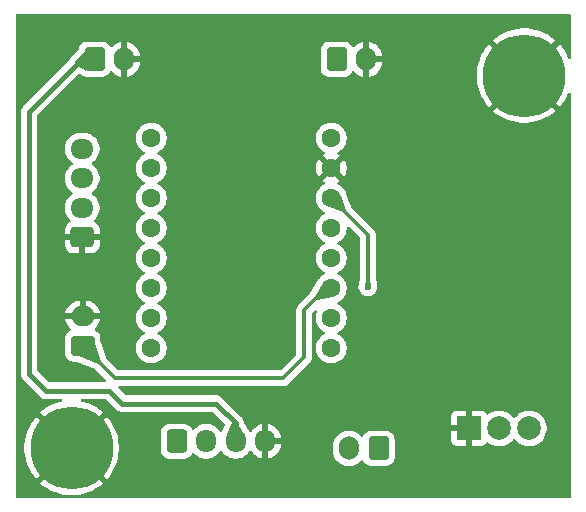
<source format=gbl>
G04 #@! TF.GenerationSoftware,KiCad,Pcbnew,9.0.2-9.0.2-0~ubuntu24.04.1*
G04 #@! TF.CreationDate,2025-05-09T21:26:21+01:00*
G04 #@! TF.ProjectId,can-bus-kicad,63616e2d-6275-4732-9d6b-696361642e6b,rev?*
G04 #@! TF.SameCoordinates,Original*
G04 #@! TF.FileFunction,Copper,L2,Bot*
G04 #@! TF.FilePolarity,Positive*
%FSLAX46Y46*%
G04 Gerber Fmt 4.6, Leading zero omitted, Abs format (unit mm)*
G04 Created by KiCad (PCBNEW 9.0.2-9.0.2-0~ubuntu24.04.1) date 2025-05-09 21:26:21*
%MOMM*%
%LPD*%
G01*
G04 APERTURE LIST*
G04 Aperture macros list*
%AMRoundRect*
0 Rectangle with rounded corners*
0 $1 Rounding radius*
0 $2 $3 $4 $5 $6 $7 $8 $9 X,Y pos of 4 corners*
0 Add a 4 corners polygon primitive as box body*
4,1,4,$2,$3,$4,$5,$6,$7,$8,$9,$2,$3,0*
0 Add four circle primitives for the rounded corners*
1,1,$1+$1,$2,$3*
1,1,$1+$1,$4,$5*
1,1,$1+$1,$6,$7*
1,1,$1+$1,$8,$9*
0 Add four rect primitives between the rounded corners*
20,1,$1+$1,$2,$3,$4,$5,0*
20,1,$1+$1,$4,$5,$6,$7,0*
20,1,$1+$1,$6,$7,$8,$9,0*
20,1,$1+$1,$8,$9,$2,$3,0*%
G04 Aperture macros list end*
G04 #@! TA.AperFunction,ComponentPad*
%ADD10RoundRect,0.250000X0.725000X-0.600000X0.725000X0.600000X-0.725000X0.600000X-0.725000X-0.600000X0*%
G04 #@! TD*
G04 #@! TA.AperFunction,ComponentPad*
%ADD11O,1.950000X1.700000*%
G04 #@! TD*
G04 #@! TA.AperFunction,ComponentPad*
%ADD12RoundRect,0.250000X-0.600000X-0.725000X0.600000X-0.725000X0.600000X0.725000X-0.600000X0.725000X0*%
G04 #@! TD*
G04 #@! TA.AperFunction,ComponentPad*
%ADD13O,1.700000X1.950000*%
G04 #@! TD*
G04 #@! TA.AperFunction,ComponentPad*
%ADD14RoundRect,0.250000X-0.600000X-0.750000X0.600000X-0.750000X0.600000X0.750000X-0.600000X0.750000X0*%
G04 #@! TD*
G04 #@! TA.AperFunction,ComponentPad*
%ADD15O,1.700000X2.000000*%
G04 #@! TD*
G04 #@! TA.AperFunction,ComponentPad*
%ADD16C,0.800000*%
G04 #@! TD*
G04 #@! TA.AperFunction,ComponentPad*
%ADD17C,7.000000*%
G04 #@! TD*
G04 #@! TA.AperFunction,ComponentPad*
%ADD18R,2.000000X2.000000*%
G04 #@! TD*
G04 #@! TA.AperFunction,ComponentPad*
%ADD19C,2.000000*%
G04 #@! TD*
G04 #@! TA.AperFunction,ComponentPad*
%ADD20RoundRect,0.250000X0.600000X0.750000X-0.600000X0.750000X-0.600000X-0.750000X0.600000X-0.750000X0*%
G04 #@! TD*
G04 #@! TA.AperFunction,ComponentPad*
%ADD21C,1.600000*%
G04 #@! TD*
G04 #@! TA.AperFunction,ComponentPad*
%ADD22RoundRect,0.250000X0.750000X-0.600000X0.750000X0.600000X-0.750000X0.600000X-0.750000X-0.600000X0*%
G04 #@! TD*
G04 #@! TA.AperFunction,ComponentPad*
%ADD23O,2.000000X1.700000*%
G04 #@! TD*
G04 #@! TA.AperFunction,ViaPad*
%ADD24C,0.600000*%
G04 #@! TD*
G04 #@! TA.AperFunction,Conductor*
%ADD25C,0.400000*%
G04 #@! TD*
G04 #@! TA.AperFunction,Conductor*
%ADD26C,0.200000*%
G04 #@! TD*
G04 #@! TA.AperFunction,Conductor*
%ADD27C,0.300000*%
G04 #@! TD*
G04 APERTURE END LIST*
D10*
G04 #@! TO.P,J6,1,Pin_1*
G04 #@! TO.N,GND*
X101210000Y-87830000D03*
D11*
G04 #@! TO.P,J6,2,Pin_2*
G04 #@! TO.N,/SCL*
X101210000Y-85330000D03*
G04 #@! TO.P,J6,3,Pin_3*
G04 #@! TO.N,/SDA*
X101210000Y-82830000D03*
G04 #@! TO.P,J6,4,Pin_4*
G04 #@! TO.N,+3.3V*
X101210000Y-80330000D03*
G04 #@! TD*
D12*
G04 #@! TO.P,J4,1,Pin_1*
G04 #@! TO.N,/TX0*
X109200000Y-105100000D03*
D13*
G04 #@! TO.P,J4,2,Pin_2*
G04 #@! TO.N,Net-(J4-Pin_2)*
X111700000Y-105100000D03*
G04 #@! TO.P,J4,3,Pin_3*
G04 #@! TO.N,+5V*
X114200000Y-105100000D03*
G04 #@! TO.P,J4,4,Pin_4*
G04 #@! TO.N,GND*
X116700000Y-105100000D03*
G04 #@! TD*
D14*
G04 #@! TO.P,J3,1,Pin_1*
G04 #@! TO.N,+5V*
X102250000Y-72750000D03*
D15*
G04 #@! TO.P,J3,2,Pin_2*
G04 #@! TO.N,GND*
X104750000Y-72750000D03*
G04 #@! TD*
D16*
G04 #@! TO.P,H1,1,1*
G04 #@! TO.N,GND*
X136005000Y-74135000D03*
X136773845Y-72278845D03*
X136773845Y-75991155D03*
X138630000Y-71510000D03*
D17*
X138630000Y-74135000D03*
D16*
X138630000Y-76760000D03*
X140486155Y-72278845D03*
X140486155Y-75991155D03*
X141255000Y-74135000D03*
G04 #@! TD*
D18*
G04 #@! TO.P,J2,1,Pin_1*
G04 #@! TO.N,GND*
X133960000Y-104000000D03*
D19*
G04 #@! TO.P,J2,2,Pin_2*
G04 #@! TO.N,/CANL*
X136500000Y-104000000D03*
G04 #@! TO.P,J2,3,Pin_3*
G04 #@! TO.N,/CANH*
X139040000Y-104000000D03*
G04 #@! TD*
D14*
G04 #@! TO.P,J1,1,Pin_1*
G04 #@! TO.N,+5V*
X122750000Y-72750000D03*
D15*
G04 #@! TO.P,J1,2,Pin_2*
G04 #@! TO.N,GND*
X125250000Y-72750000D03*
G04 #@! TD*
D16*
G04 #@! TO.P,H2,1,1*
G04 #@! TO.N,GND*
X97690000Y-105650000D03*
X98458845Y-103793845D03*
X98458845Y-107506155D03*
X100315000Y-103025000D03*
D17*
X100315000Y-105650000D03*
D16*
X100315000Y-108275000D03*
X102171155Y-103793845D03*
X102171155Y-107506155D03*
X102940000Y-105650000D03*
G04 #@! TD*
D20*
G04 #@! TO.P,J5,1,Pin_1*
G04 #@! TO.N,/RX1*
X126300000Y-105700000D03*
D15*
G04 #@! TO.P,J5,2,Pin_2*
G04 #@! TO.N,/TX1*
X123800000Y-105700000D03*
G04 #@! TD*
D21*
G04 #@! TO.P,U1,0,GPIO0*
G04 #@! TO.N,/TX1*
X122300000Y-97190000D03*
G04 #@! TO.P,U1,1,GPIO1*
G04 #@! TO.N,/RX1*
X122300000Y-94650000D03*
G04 #@! TO.P,U1,2,GPIO2*
G04 #@! TO.N,/IO2*
X122300000Y-92110000D03*
G04 #@! TO.P,U1,3,GPIO3*
G04 #@! TO.N,/CAN_RX*
X122300000Y-89570000D03*
G04 #@! TO.P,U1,3.3,3V3*
G04 #@! TO.N,+3.3V*
X122300000Y-84490000D03*
G04 #@! TO.P,U1,4,GPIO4*
G04 #@! TO.N,/CAN_TX*
X122300000Y-87030000D03*
G04 #@! TO.P,U1,5,GPIO5*
G04 #@! TO.N,unconnected-(U1-GPIO5-Pad5)*
X107060000Y-79410000D03*
G04 #@! TO.P,U1,5V,5V*
G04 #@! TO.N,+5V*
X122300000Y-79410000D03*
G04 #@! TO.P,U1,6,GPIO6*
G04 #@! TO.N,unconnected-(U1-GPIO6-Pad6)*
X107060000Y-81950000D03*
G04 #@! TO.P,U1,7,GPIO7*
G04 #@! TO.N,unconnected-(U1-GPIO7-Pad7)*
X107060000Y-84490000D03*
G04 #@! TO.P,U1,8,GPIO8*
G04 #@! TO.N,/SDA*
X107060000Y-87030000D03*
G04 #@! TO.P,U1,9,GPIO9*
G04 #@! TO.N,/SCL*
X107060000Y-89570000D03*
G04 #@! TO.P,U1,10,GPIO10*
G04 #@! TO.N,unconnected-(U1-GPIO10-Pad10)*
X107060000Y-92110000D03*
G04 #@! TO.P,U1,20,GPIO20*
G04 #@! TO.N,/RX0*
X107060000Y-94650000D03*
G04 #@! TO.P,U1,21,GPIO21*
G04 #@! TO.N,/TX0*
X107060000Y-97190000D03*
G04 #@! TO.P,U1,G,GND*
G04 #@! TO.N,GND*
X122300000Y-81950000D03*
G04 #@! TD*
D22*
G04 #@! TO.P,J7,1,Pin_1*
G04 #@! TO.N,/IO2*
X101250000Y-97000000D03*
D23*
G04 #@! TO.P,J7,2,Pin_2*
G04 #@! TO.N,GND*
X101250000Y-94500000D03*
G04 #@! TD*
D24*
G04 #@! TO.N,GND*
X128600000Y-79400000D03*
X134800000Y-79400000D03*
X141400000Y-80500000D03*
X114400000Y-87400000D03*
X110400000Y-95000000D03*
X110200000Y-87400000D03*
X141500000Y-93200000D03*
X131700000Y-86600000D03*
X136200000Y-93000000D03*
X138700000Y-93100000D03*
X131000000Y-96400000D03*
X118200000Y-95400000D03*
X131400000Y-79400000D03*
X110400000Y-83600000D03*
X110400000Y-91400000D03*
X135000000Y-93600000D03*
X132800000Y-99300000D03*
X126600000Y-89200000D03*
X110400000Y-80400000D03*
X128900000Y-83900000D03*
G04 #@! TO.N,+3.3V*
X125400000Y-92000000D03*
G04 #@! TD*
D25*
G04 #@! TO.N,+5V*
X101150000Y-72750000D02*
X96700000Y-77200000D01*
X103500000Y-100800000D02*
X104600000Y-101900000D01*
X96700000Y-77200000D02*
X96700000Y-99400000D01*
X104600000Y-101900000D02*
X112550000Y-101900000D01*
X96700000Y-99400000D02*
X98100000Y-100800000D01*
D26*
X102250000Y-72750000D02*
X101150000Y-72750000D01*
D25*
X114200000Y-103550000D02*
X114200000Y-105100000D01*
X98100000Y-100800000D02*
X103500000Y-100800000D01*
X112550000Y-101900000D02*
X114200000Y-103550000D01*
D27*
G04 #@! TO.N,/IO2*
X118250000Y-99750000D02*
X120000000Y-98000000D01*
D26*
X121890000Y-92110000D02*
X122300000Y-92110000D01*
D27*
X104000000Y-99750000D02*
X118250000Y-99750000D01*
X101250000Y-97000000D02*
X104000000Y-99750000D01*
X120000000Y-98000000D02*
X120000000Y-94000000D01*
X120000000Y-94000000D02*
X121890000Y-92110000D01*
G04 #@! TO.N,+3.3V*
X122300000Y-84490000D02*
X125400000Y-87590000D01*
X125400000Y-87590000D02*
X125400000Y-92000000D01*
G04 #@! TD*
G04 #@! TA.AperFunction,Conductor*
G04 #@! TO.N,GND*
G36*
X142522539Y-68920185D02*
G01*
X142568294Y-68972989D01*
X142579500Y-69024500D01*
X142579500Y-72594043D01*
X142559815Y-72661082D01*
X142507011Y-72706837D01*
X142437853Y-72716781D01*
X142374297Y-72687756D01*
X142340939Y-72641496D01*
X142250316Y-72422714D01*
X142250314Y-72422709D01*
X142065058Y-72076120D01*
X142065047Y-72076102D01*
X141846710Y-71749337D01*
X141846700Y-71749323D01*
X141631477Y-71487074D01*
X140031617Y-73086934D01*
X139948543Y-72978669D01*
X139786331Y-72816457D01*
X139678064Y-72733381D01*
X141277924Y-71133521D01*
X141015676Y-70918299D01*
X141015662Y-70918289D01*
X140688897Y-70699952D01*
X140688879Y-70699941D01*
X140342290Y-70514685D01*
X140342285Y-70514683D01*
X139979186Y-70364282D01*
X139603087Y-70250194D01*
X139217628Y-70173521D01*
X139217629Y-70173521D01*
X138826504Y-70135000D01*
X138433496Y-70135000D01*
X138042370Y-70173521D01*
X137656912Y-70250194D01*
X137280813Y-70364282D01*
X136917714Y-70514683D01*
X136917709Y-70514685D01*
X136571120Y-70699941D01*
X136571102Y-70699952D01*
X136244337Y-70918289D01*
X136244323Y-70918299D01*
X135982075Y-71133520D01*
X135982074Y-71133521D01*
X137581935Y-72733381D01*
X137473669Y-72816457D01*
X137311457Y-72978669D01*
X137228381Y-73086934D01*
X135628521Y-71487074D01*
X135628520Y-71487075D01*
X135413299Y-71749323D01*
X135413289Y-71749337D01*
X135194952Y-72076102D01*
X135194941Y-72076120D01*
X135009685Y-72422709D01*
X135009683Y-72422714D01*
X134859282Y-72785813D01*
X134745194Y-73161912D01*
X134668521Y-73547370D01*
X134630000Y-73938496D01*
X134630000Y-74331503D01*
X134668521Y-74722629D01*
X134745194Y-75108087D01*
X134859282Y-75484186D01*
X135009683Y-75847285D01*
X135009685Y-75847290D01*
X135194941Y-76193879D01*
X135194952Y-76193897D01*
X135413289Y-76520662D01*
X135413299Y-76520676D01*
X135628521Y-76782924D01*
X137228381Y-75183064D01*
X137311457Y-75291331D01*
X137473669Y-75453543D01*
X137581934Y-75536618D01*
X135982074Y-77136477D01*
X136244323Y-77351700D01*
X136244337Y-77351710D01*
X136571102Y-77570047D01*
X136571120Y-77570058D01*
X136917709Y-77755314D01*
X136917714Y-77755316D01*
X137280813Y-77905717D01*
X137656912Y-78019805D01*
X138042371Y-78096478D01*
X138042370Y-78096478D01*
X138433496Y-78135000D01*
X138826504Y-78135000D01*
X139217629Y-78096478D01*
X139603087Y-78019805D01*
X139979186Y-77905717D01*
X140342285Y-77755316D01*
X140342290Y-77755314D01*
X140688879Y-77570058D01*
X140688897Y-77570047D01*
X141015662Y-77351710D01*
X141015676Y-77351700D01*
X141277923Y-77136478D01*
X141277924Y-77136477D01*
X139678064Y-75536618D01*
X139786331Y-75453543D01*
X139948543Y-75291331D01*
X140031618Y-75183065D01*
X141631477Y-76782924D01*
X141631478Y-76782923D01*
X141846700Y-76520676D01*
X141846710Y-76520662D01*
X142065047Y-76193897D01*
X142065058Y-76193879D01*
X142250314Y-75847290D01*
X142250316Y-75847285D01*
X142340939Y-75628503D01*
X142384780Y-75574100D01*
X142451074Y-75552035D01*
X142518773Y-75569314D01*
X142566384Y-75620451D01*
X142579500Y-75675956D01*
X142579500Y-109775500D01*
X142559815Y-109842539D01*
X142507011Y-109888294D01*
X142455500Y-109899500D01*
X95704500Y-109899500D01*
X95637461Y-109879815D01*
X95591706Y-109827011D01*
X95580500Y-109775500D01*
X95580500Y-99468996D01*
X95999499Y-99468996D01*
X96026418Y-99604322D01*
X96026421Y-99604332D01*
X96079222Y-99731807D01*
X96155887Y-99846545D01*
X97653454Y-101344112D01*
X97768192Y-101420777D01*
X97895667Y-101473578D01*
X97895672Y-101473580D01*
X97895676Y-101473580D01*
X97895677Y-101473581D01*
X98031003Y-101500500D01*
X98031006Y-101500500D01*
X98031007Y-101500500D01*
X99413632Y-101500500D01*
X99480671Y-101520185D01*
X99526426Y-101572989D01*
X99536370Y-101642147D01*
X99507345Y-101705703D01*
X99448567Y-101743477D01*
X99437823Y-101746117D01*
X99341912Y-101765194D01*
X98965813Y-101879282D01*
X98602714Y-102029683D01*
X98602709Y-102029685D01*
X98256120Y-102214941D01*
X98256102Y-102214952D01*
X97929337Y-102433289D01*
X97929323Y-102433299D01*
X97667075Y-102648520D01*
X97667074Y-102648521D01*
X99266935Y-104248381D01*
X99158669Y-104331457D01*
X98996457Y-104493669D01*
X98913381Y-104601934D01*
X97313521Y-103002074D01*
X97313520Y-103002075D01*
X97098299Y-103264323D01*
X97098289Y-103264337D01*
X96879952Y-103591102D01*
X96879941Y-103591120D01*
X96694685Y-103937709D01*
X96694683Y-103937714D01*
X96544282Y-104300813D01*
X96430194Y-104676912D01*
X96353521Y-105062370D01*
X96315000Y-105453496D01*
X96315000Y-105846503D01*
X96353521Y-106237629D01*
X96430194Y-106623087D01*
X96544282Y-106999186D01*
X96694683Y-107362285D01*
X96694685Y-107362290D01*
X96879941Y-107708879D01*
X96879952Y-107708897D01*
X97098289Y-108035662D01*
X97098299Y-108035676D01*
X97313521Y-108297924D01*
X98913381Y-106698064D01*
X98996457Y-106806331D01*
X99158669Y-106968543D01*
X99266934Y-107051618D01*
X97667074Y-108651477D01*
X97929323Y-108866700D01*
X97929337Y-108866710D01*
X98256102Y-109085047D01*
X98256120Y-109085058D01*
X98602709Y-109270314D01*
X98602714Y-109270316D01*
X98965813Y-109420717D01*
X99341912Y-109534805D01*
X99727371Y-109611478D01*
X99727370Y-109611478D01*
X100118496Y-109650000D01*
X100511504Y-109650000D01*
X100902629Y-109611478D01*
X101288087Y-109534805D01*
X101664186Y-109420717D01*
X102027285Y-109270316D01*
X102027290Y-109270314D01*
X102373879Y-109085058D01*
X102373897Y-109085047D01*
X102700662Y-108866710D01*
X102700676Y-108866700D01*
X102962923Y-108651478D01*
X102962924Y-108651477D01*
X101363064Y-107051618D01*
X101471331Y-106968543D01*
X101633543Y-106806331D01*
X101716618Y-106698065D01*
X103316477Y-108297924D01*
X103316478Y-108297923D01*
X103531700Y-108035676D01*
X103531710Y-108035662D01*
X103750047Y-107708897D01*
X103750058Y-107708879D01*
X103935314Y-107362290D01*
X103935316Y-107362285D01*
X104085717Y-106999186D01*
X104199805Y-106623087D01*
X104276478Y-106237629D01*
X104315000Y-105846503D01*
X104315000Y-105453496D01*
X104276478Y-105062370D01*
X104199805Y-104676912D01*
X104085717Y-104300813D01*
X103935316Y-103937714D01*
X103935314Y-103937709D01*
X103750058Y-103591120D01*
X103750047Y-103591102D01*
X103531710Y-103264337D01*
X103531700Y-103264323D01*
X103316477Y-103002074D01*
X101716617Y-104601934D01*
X101633543Y-104493669D01*
X101471331Y-104331457D01*
X101363064Y-104248381D01*
X102962924Y-102648521D01*
X102700676Y-102433299D01*
X102700662Y-102433289D01*
X102373897Y-102214952D01*
X102373879Y-102214941D01*
X102027290Y-102029685D01*
X102027285Y-102029683D01*
X101664186Y-101879282D01*
X101288087Y-101765194D01*
X101192177Y-101746117D01*
X101130266Y-101713732D01*
X101095692Y-101653016D01*
X101099431Y-101583247D01*
X101140298Y-101526575D01*
X101205316Y-101500994D01*
X101216368Y-101500500D01*
X103158481Y-101500500D01*
X103225520Y-101520185D01*
X103246162Y-101536819D01*
X104153453Y-102444111D01*
X104153454Y-102444112D01*
X104268192Y-102520777D01*
X104395667Y-102573578D01*
X104395672Y-102573580D01*
X104395676Y-102573580D01*
X104395677Y-102573581D01*
X104531003Y-102600500D01*
X104531006Y-102600500D01*
X104531007Y-102600500D01*
X112208481Y-102600500D01*
X112275520Y-102620185D01*
X112296162Y-102636819D01*
X112765114Y-103105771D01*
X113229020Y-103569676D01*
X113262505Y-103630999D01*
X113257521Y-103700690D01*
X113256801Y-103702572D01*
X113055043Y-104217783D01*
X113012269Y-104273029D01*
X112946416Y-104296379D01*
X112878394Y-104280420D01*
X112839263Y-104245454D01*
X112730104Y-104095208D01*
X112579792Y-103944896D01*
X112579786Y-103944890D01*
X112407820Y-103819951D01*
X112218414Y-103723444D01*
X112218413Y-103723443D01*
X112218412Y-103723443D01*
X112016243Y-103657754D01*
X112016241Y-103657753D01*
X112016240Y-103657753D01*
X111822311Y-103627038D01*
X111806287Y-103624500D01*
X111593713Y-103624500D01*
X111577689Y-103627038D01*
X111383760Y-103657753D01*
X111181585Y-103723444D01*
X110992179Y-103819951D01*
X110820215Y-103944889D01*
X110681398Y-104083706D01*
X110620075Y-104117190D01*
X110550383Y-104112206D01*
X110494450Y-104070334D01*
X110488178Y-104061120D01*
X110392712Y-103906344D01*
X110268657Y-103782289D01*
X110268656Y-103782288D01*
X110119334Y-103690186D01*
X109952797Y-103635001D01*
X109952795Y-103635000D01*
X109850010Y-103624500D01*
X108549998Y-103624500D01*
X108549981Y-103624501D01*
X108447203Y-103635000D01*
X108447200Y-103635001D01*
X108280668Y-103690185D01*
X108280663Y-103690187D01*
X108131342Y-103782289D01*
X108007289Y-103906342D01*
X107915187Y-104055663D01*
X107915185Y-104055668D01*
X107910325Y-104070334D01*
X107860001Y-104222203D01*
X107860001Y-104222204D01*
X107860000Y-104222204D01*
X107849500Y-104324983D01*
X107849500Y-105875001D01*
X107849501Y-105875018D01*
X107860000Y-105977796D01*
X107860001Y-105977799D01*
X107905894Y-106116294D01*
X107915186Y-106144334D01*
X108007288Y-106293656D01*
X108131344Y-106417712D01*
X108280666Y-106509814D01*
X108447203Y-106564999D01*
X108549991Y-106575500D01*
X109850008Y-106575499D01*
X109952797Y-106564999D01*
X110119334Y-106509814D01*
X110268656Y-106417712D01*
X110392712Y-106293656D01*
X110484814Y-106144334D01*
X110484814Y-106144331D01*
X110488178Y-106138879D01*
X110540126Y-106092154D01*
X110609088Y-106080931D01*
X110673170Y-106108774D01*
X110681398Y-106116294D01*
X110820213Y-106255109D01*
X110992179Y-106380048D01*
X110992181Y-106380049D01*
X110992184Y-106380051D01*
X111181588Y-106476557D01*
X111383757Y-106542246D01*
X111593713Y-106575500D01*
X111593714Y-106575500D01*
X111806286Y-106575500D01*
X111806287Y-106575500D01*
X112016243Y-106542246D01*
X112218412Y-106476557D01*
X112407816Y-106380051D01*
X112429789Y-106364086D01*
X112579786Y-106255109D01*
X112579788Y-106255106D01*
X112579792Y-106255104D01*
X112730104Y-106104792D01*
X112849683Y-105940204D01*
X112905011Y-105897540D01*
X112974624Y-105891561D01*
X113036420Y-105924166D01*
X113050313Y-105940199D01*
X113088051Y-105992141D01*
X113169896Y-106104792D01*
X113320213Y-106255109D01*
X113492179Y-106380048D01*
X113492181Y-106380049D01*
X113492184Y-106380051D01*
X113681588Y-106476557D01*
X113883757Y-106542246D01*
X114093713Y-106575500D01*
X114093714Y-106575500D01*
X114306286Y-106575500D01*
X114306287Y-106575500D01*
X114516243Y-106542246D01*
X114718412Y-106476557D01*
X114907816Y-106380051D01*
X114929789Y-106364086D01*
X115079786Y-106255109D01*
X115079788Y-106255106D01*
X115079792Y-106255104D01*
X115230104Y-106104792D01*
X115349991Y-105939779D01*
X115405320Y-105897115D01*
X115474933Y-105891136D01*
X115536729Y-105923741D01*
X115550627Y-105939781D01*
X115670272Y-106104459D01*
X115670276Y-106104464D01*
X115820535Y-106254723D01*
X115820540Y-106254727D01*
X115992442Y-106379620D01*
X116181782Y-106476095D01*
X116383871Y-106541757D01*
X116450000Y-106552231D01*
X116450000Y-105504145D01*
X116516657Y-105542630D01*
X116637465Y-105575000D01*
X116762535Y-105575000D01*
X116883343Y-105542630D01*
X116950000Y-105504145D01*
X116950000Y-106552230D01*
X117016126Y-106541757D01*
X117016129Y-106541757D01*
X117218217Y-106476095D01*
X117407557Y-106379620D01*
X117579459Y-106254727D01*
X117579464Y-106254723D01*
X117729723Y-106104464D01*
X117729727Y-106104459D01*
X117854620Y-105932557D01*
X117951095Y-105743217D01*
X118016757Y-105541130D01*
X118016757Y-105541127D01*
X118032187Y-105443713D01*
X122449500Y-105443713D01*
X122449500Y-105956287D01*
X122482754Y-106166243D01*
X122524153Y-106293656D01*
X122548444Y-106368414D01*
X122644951Y-106557820D01*
X122769890Y-106729786D01*
X122920213Y-106880109D01*
X123092179Y-107005048D01*
X123092181Y-107005049D01*
X123092184Y-107005051D01*
X123281588Y-107101557D01*
X123483757Y-107167246D01*
X123693713Y-107200500D01*
X123693714Y-107200500D01*
X123906286Y-107200500D01*
X123906287Y-107200500D01*
X124116243Y-107167246D01*
X124318412Y-107101557D01*
X124507816Y-107005051D01*
X124679792Y-106880104D01*
X124818604Y-106741291D01*
X124879923Y-106707809D01*
X124949615Y-106712793D01*
X125005549Y-106754664D01*
X125011821Y-106763878D01*
X125015185Y-106769333D01*
X125015186Y-106769334D01*
X125107288Y-106918656D01*
X125231344Y-107042712D01*
X125380666Y-107134814D01*
X125547203Y-107189999D01*
X125649991Y-107200500D01*
X126950008Y-107200499D01*
X127052797Y-107189999D01*
X127219334Y-107134814D01*
X127368656Y-107042712D01*
X127492712Y-106918656D01*
X127584814Y-106769334D01*
X127639999Y-106602797D01*
X127650500Y-106500009D01*
X127650499Y-104899992D01*
X127639999Y-104797203D01*
X127584814Y-104630666D01*
X127492712Y-104481344D01*
X127368656Y-104357288D01*
X127222992Y-104267442D01*
X127219336Y-104265187D01*
X127219331Y-104265185D01*
X127203029Y-104259783D01*
X127052797Y-104210001D01*
X127052795Y-104210000D01*
X126950010Y-104199500D01*
X125649998Y-104199500D01*
X125649981Y-104199501D01*
X125547203Y-104210000D01*
X125547200Y-104210001D01*
X125380668Y-104265185D01*
X125380663Y-104265187D01*
X125231342Y-104357289D01*
X125107289Y-104481342D01*
X125011821Y-104636121D01*
X124959873Y-104682845D01*
X124890910Y-104694068D01*
X124826828Y-104666224D01*
X124818601Y-104658705D01*
X124679786Y-104519890D01*
X124507820Y-104394951D01*
X124318414Y-104298444D01*
X124318413Y-104298443D01*
X124318412Y-104298443D01*
X124116243Y-104232754D01*
X124116241Y-104232753D01*
X124116240Y-104232753D01*
X123954957Y-104207208D01*
X123906287Y-104199500D01*
X123693713Y-104199500D01*
X123645042Y-104207208D01*
X123483760Y-104232753D01*
X123281585Y-104298444D01*
X123092179Y-104394951D01*
X122920213Y-104519890D01*
X122769890Y-104670213D01*
X122644951Y-104842179D01*
X122548444Y-105031585D01*
X122482753Y-105233760D01*
X122464343Y-105350000D01*
X122449500Y-105443713D01*
X118032187Y-105443713D01*
X118036031Y-105419443D01*
X118036031Y-105419442D01*
X118047030Y-105350000D01*
X117104146Y-105350000D01*
X117142630Y-105283343D01*
X117175000Y-105162535D01*
X117175000Y-105037465D01*
X117142630Y-104916657D01*
X117104146Y-104850000D01*
X118047030Y-104850000D01*
X118016757Y-104658872D01*
X118016757Y-104658869D01*
X117951095Y-104456782D01*
X117854620Y-104267442D01*
X117729727Y-104095540D01*
X117729723Y-104095535D01*
X117579464Y-103945276D01*
X117579459Y-103945272D01*
X117407557Y-103820379D01*
X117218215Y-103723903D01*
X117016124Y-103658241D01*
X116950000Y-103647768D01*
X116950000Y-104695854D01*
X116883343Y-104657370D01*
X116762535Y-104625000D01*
X116637465Y-104625000D01*
X116516657Y-104657370D01*
X116450000Y-104695854D01*
X116450000Y-103647768D01*
X116449999Y-103647768D01*
X116383875Y-103658241D01*
X116181784Y-103723903D01*
X115992442Y-103820379D01*
X115820540Y-103945272D01*
X115820535Y-103945276D01*
X115670276Y-104095535D01*
X115670272Y-104095540D01*
X115550943Y-104259783D01*
X115495613Y-104302449D01*
X115426000Y-104308428D01*
X115364205Y-104275822D01*
X115339439Y-104241794D01*
X115337933Y-104238744D01*
X115328242Y-104222204D01*
X114914405Y-103515862D01*
X114899777Y-103477369D01*
X114873581Y-103345679D01*
X114873580Y-103345672D01*
X114839890Y-103264337D01*
X114820778Y-103218195D01*
X114820771Y-103218182D01*
X114744115Y-103103459D01*
X114713821Y-103073165D01*
X114646542Y-103005886D01*
X114592811Y-102952155D01*
X132460000Y-102952155D01*
X132460000Y-103750000D01*
X133411518Y-103750000D01*
X133400889Y-103768409D01*
X133360000Y-103921009D01*
X133360000Y-104078991D01*
X133400889Y-104231591D01*
X133411518Y-104250000D01*
X132460000Y-104250000D01*
X132460000Y-105047844D01*
X132466401Y-105107372D01*
X132466403Y-105107379D01*
X132516645Y-105242086D01*
X132516649Y-105242093D01*
X132602809Y-105357187D01*
X132602812Y-105357190D01*
X132717906Y-105443350D01*
X132717913Y-105443354D01*
X132852620Y-105493596D01*
X132852627Y-105493598D01*
X132912155Y-105499999D01*
X132912172Y-105500000D01*
X133710000Y-105500000D01*
X133710000Y-104548482D01*
X133728409Y-104559111D01*
X133881009Y-104600000D01*
X134038991Y-104600000D01*
X134191591Y-104559111D01*
X134210000Y-104548482D01*
X134210000Y-105500000D01*
X135007828Y-105500000D01*
X135007844Y-105499999D01*
X135067372Y-105493598D01*
X135067379Y-105493596D01*
X135202086Y-105443354D01*
X135202093Y-105443350D01*
X135317187Y-105357190D01*
X135317190Y-105357187D01*
X135403350Y-105242093D01*
X135407604Y-105234304D01*
X135410883Y-105236094D01*
X135442118Y-105194276D01*
X135507556Y-105169789D01*
X135575845Y-105184566D01*
X135589410Y-105193137D01*
X135713567Y-105283343D01*
X135807662Y-105331287D01*
X135924003Y-105390566D01*
X135924005Y-105390566D01*
X135924008Y-105390568D01*
X136012873Y-105419442D01*
X136148631Y-105463553D01*
X136381903Y-105500500D01*
X136381908Y-105500500D01*
X136618097Y-105500500D01*
X136851368Y-105463553D01*
X136882320Y-105453496D01*
X137075992Y-105390568D01*
X137286433Y-105283343D01*
X137477510Y-105144517D01*
X137644517Y-104977510D01*
X137669682Y-104942872D01*
X137725011Y-104900207D01*
X137794625Y-104894228D01*
X137856420Y-104926833D01*
X137870315Y-104942870D01*
X137895483Y-104977510D01*
X138062490Y-105144517D01*
X138253567Y-105283343D01*
X138347662Y-105331287D01*
X138464003Y-105390566D01*
X138464005Y-105390566D01*
X138464008Y-105390568D01*
X138552873Y-105419442D01*
X138688631Y-105463553D01*
X138921903Y-105500500D01*
X138921908Y-105500500D01*
X139158097Y-105500500D01*
X139391368Y-105463553D01*
X139422320Y-105453496D01*
X139615992Y-105390568D01*
X139826433Y-105283343D01*
X140017510Y-105144517D01*
X140184517Y-104977510D01*
X140323343Y-104786433D01*
X140430568Y-104575992D01*
X140503553Y-104351368D01*
X140511935Y-104298444D01*
X140540500Y-104118097D01*
X140540500Y-103881902D01*
X140503553Y-103648631D01*
X140430566Y-103424003D01*
X140374002Y-103312991D01*
X140323343Y-103213567D01*
X140184517Y-103022490D01*
X140017510Y-102855483D01*
X139826433Y-102716657D01*
X139615996Y-102609433D01*
X139391368Y-102536446D01*
X139158097Y-102499500D01*
X139158092Y-102499500D01*
X138921908Y-102499500D01*
X138921903Y-102499500D01*
X138688631Y-102536446D01*
X138464003Y-102609433D01*
X138253566Y-102716657D01*
X138144550Y-102795862D01*
X138062490Y-102855483D01*
X138062488Y-102855485D01*
X138062487Y-102855485D01*
X137895484Y-103022488D01*
X137870318Y-103057127D01*
X137814987Y-103099792D01*
X137745374Y-103105771D01*
X137683579Y-103073165D01*
X137669682Y-103057127D01*
X137644517Y-103022490D01*
X137477510Y-102855483D01*
X137286433Y-102716657D01*
X137075996Y-102609433D01*
X136851368Y-102536446D01*
X136618097Y-102499500D01*
X136618092Y-102499500D01*
X136381908Y-102499500D01*
X136381903Y-102499500D01*
X136148631Y-102536446D01*
X135924003Y-102609433D01*
X135713566Y-102716657D01*
X135589422Y-102806854D01*
X135523615Y-102830334D01*
X135455561Y-102814509D01*
X135407942Y-102765510D01*
X135407604Y-102765696D01*
X135406938Y-102764478D01*
X135406866Y-102764403D01*
X135406719Y-102764076D01*
X135403350Y-102757906D01*
X135317190Y-102642812D01*
X135317187Y-102642809D01*
X135202093Y-102556649D01*
X135202086Y-102556645D01*
X135067379Y-102506403D01*
X135067372Y-102506401D01*
X135007844Y-102500000D01*
X134210000Y-102500000D01*
X134210000Y-103451517D01*
X134191591Y-103440889D01*
X134038991Y-103400000D01*
X133881009Y-103400000D01*
X133728409Y-103440889D01*
X133710000Y-103451517D01*
X133710000Y-102500000D01*
X132912155Y-102500000D01*
X132852627Y-102506401D01*
X132852620Y-102506403D01*
X132717913Y-102556645D01*
X132717906Y-102556649D01*
X132602812Y-102642809D01*
X132602809Y-102642812D01*
X132516649Y-102757906D01*
X132516645Y-102757913D01*
X132466403Y-102892620D01*
X132466401Y-102892627D01*
X132460000Y-102952155D01*
X114592811Y-102952155D01*
X114241156Y-102600500D01*
X112996546Y-101355888D01*
X112996545Y-101355887D01*
X112881807Y-101279222D01*
X112754332Y-101226421D01*
X112754322Y-101226418D01*
X112618996Y-101199500D01*
X112618994Y-101199500D01*
X112618993Y-101199500D01*
X104941519Y-101199500D01*
X104874480Y-101179815D01*
X104853838Y-101163181D01*
X104302838Y-100612181D01*
X104269353Y-100550858D01*
X104274337Y-100481166D01*
X104316209Y-100425233D01*
X104381673Y-100400816D01*
X104390519Y-100400500D01*
X118314071Y-100400500D01*
X118398615Y-100383682D01*
X118439744Y-100375501D01*
X118558127Y-100326465D01*
X118664669Y-100255277D01*
X120505277Y-98414669D01*
X120576465Y-98308127D01*
X120618520Y-98206597D01*
X120625501Y-98189744D01*
X120646776Y-98082790D01*
X120650500Y-98064071D01*
X120650500Y-94320807D01*
X120670185Y-94253768D01*
X120686815Y-94233130D01*
X120886283Y-94033662D01*
X120947605Y-94000178D01*
X121017297Y-94005162D01*
X121073230Y-94047034D01*
X121097647Y-94112498D01*
X121091894Y-94159662D01*
X121031523Y-94345461D01*
X121031523Y-94345464D01*
X120999500Y-94547648D01*
X120999500Y-94752351D01*
X121031522Y-94954534D01*
X121094781Y-95149223D01*
X121187715Y-95331613D01*
X121308028Y-95497213D01*
X121452786Y-95641971D01*
X121607749Y-95754556D01*
X121618390Y-95762287D01*
X121706709Y-95807288D01*
X121711080Y-95809515D01*
X121761876Y-95857490D01*
X121778671Y-95925311D01*
X121756134Y-95991446D01*
X121711080Y-96030485D01*
X121618386Y-96077715D01*
X121452786Y-96198028D01*
X121308028Y-96342786D01*
X121187715Y-96508386D01*
X121094781Y-96690776D01*
X121031522Y-96885465D01*
X120999500Y-97087648D01*
X120999500Y-97292351D01*
X121031522Y-97494534D01*
X121094781Y-97689223D01*
X121187715Y-97871613D01*
X121308028Y-98037213D01*
X121452786Y-98181971D01*
X121594340Y-98284814D01*
X121618390Y-98302287D01*
X121731273Y-98359804D01*
X121800776Y-98395218D01*
X121800778Y-98395218D01*
X121800781Y-98395220D01*
X121905137Y-98429127D01*
X121995465Y-98458477D01*
X122096557Y-98474488D01*
X122197648Y-98490500D01*
X122197649Y-98490500D01*
X122402351Y-98490500D01*
X122402352Y-98490500D01*
X122604534Y-98458477D01*
X122799219Y-98395220D01*
X122981610Y-98302287D01*
X123074590Y-98234732D01*
X123147213Y-98181971D01*
X123147215Y-98181968D01*
X123147219Y-98181966D01*
X123291966Y-98037219D01*
X123291968Y-98037215D01*
X123291971Y-98037213D01*
X123377612Y-97919336D01*
X123412287Y-97871610D01*
X123505220Y-97689219D01*
X123568477Y-97494534D01*
X123600500Y-97292352D01*
X123600500Y-97087648D01*
X123568477Y-96885466D01*
X123505220Y-96690781D01*
X123505218Y-96690778D01*
X123505218Y-96690776D01*
X123471503Y-96624607D01*
X123412287Y-96508390D01*
X123404556Y-96497749D01*
X123291971Y-96342786D01*
X123147213Y-96198028D01*
X122981614Y-96077715D01*
X122975006Y-96074348D01*
X122888917Y-96030483D01*
X122838123Y-95982511D01*
X122821328Y-95914690D01*
X122843865Y-95848555D01*
X122888917Y-95809516D01*
X122981610Y-95762287D01*
X123002770Y-95746913D01*
X123147213Y-95641971D01*
X123147215Y-95641968D01*
X123147219Y-95641966D01*
X123291966Y-95497219D01*
X123291968Y-95497215D01*
X123291971Y-95497213D01*
X123377523Y-95379459D01*
X123412287Y-95331610D01*
X123505220Y-95149219D01*
X123568477Y-94954534D01*
X123600500Y-94752352D01*
X123600500Y-94547648D01*
X123568477Y-94345466D01*
X123568476Y-94345464D01*
X123537458Y-94250000D01*
X123505220Y-94150781D01*
X123505218Y-94150778D01*
X123505218Y-94150776D01*
X123431023Y-94005162D01*
X123412287Y-93968390D01*
X123404556Y-93957749D01*
X123291971Y-93802786D01*
X123147213Y-93658028D01*
X122981614Y-93537715D01*
X122959132Y-93526260D01*
X122888917Y-93490483D01*
X122838123Y-93442511D01*
X122821328Y-93374690D01*
X122843865Y-93308555D01*
X122888917Y-93269516D01*
X122981610Y-93222287D01*
X123035351Y-93183242D01*
X123147213Y-93101971D01*
X123147215Y-93101968D01*
X123147219Y-93101966D01*
X123291966Y-92957219D01*
X123291968Y-92957215D01*
X123291971Y-92957213D01*
X123344732Y-92884590D01*
X123412287Y-92791610D01*
X123505220Y-92609219D01*
X123568477Y-92414534D01*
X123600500Y-92212352D01*
X123600500Y-92007648D01*
X123580837Y-91883500D01*
X123568477Y-91805465D01*
X123505218Y-91610776D01*
X123471503Y-91544607D01*
X123412287Y-91428390D01*
X123403593Y-91416424D01*
X123291971Y-91262786D01*
X123147213Y-91118028D01*
X122981614Y-90997715D01*
X122975006Y-90994348D01*
X122888917Y-90950483D01*
X122838123Y-90902511D01*
X122821328Y-90834690D01*
X122843865Y-90768555D01*
X122888917Y-90729516D01*
X122981610Y-90682287D01*
X123002770Y-90666913D01*
X123147213Y-90561971D01*
X123147215Y-90561968D01*
X123147219Y-90561966D01*
X123291966Y-90417219D01*
X123291968Y-90417215D01*
X123291971Y-90417213D01*
X123344732Y-90344590D01*
X123412287Y-90251610D01*
X123505220Y-90069219D01*
X123568477Y-89874534D01*
X123600500Y-89672352D01*
X123600500Y-89467648D01*
X123568477Y-89265466D01*
X123505220Y-89070781D01*
X123505218Y-89070778D01*
X123505218Y-89070776D01*
X123471503Y-89004607D01*
X123412287Y-88888390D01*
X123404556Y-88877749D01*
X123291971Y-88722786D01*
X123147213Y-88578028D01*
X122981614Y-88457715D01*
X122975006Y-88454348D01*
X122888917Y-88410483D01*
X122838123Y-88362511D01*
X122821328Y-88294690D01*
X122843865Y-88228555D01*
X122888917Y-88189516D01*
X122981610Y-88142287D01*
X123010005Y-88121657D01*
X123147213Y-88021971D01*
X123147215Y-88021968D01*
X123147219Y-88021966D01*
X123291966Y-87877219D01*
X123291968Y-87877215D01*
X123291971Y-87877213D01*
X123371706Y-87767465D01*
X123412287Y-87711610D01*
X123505220Y-87529219D01*
X123568477Y-87334534D01*
X123600500Y-87132352D01*
X123600500Y-87009808D01*
X123620185Y-86942769D01*
X123672989Y-86897014D01*
X123742147Y-86887070D01*
X123805703Y-86916095D01*
X123812181Y-86922127D01*
X124713181Y-87823127D01*
X124746666Y-87884450D01*
X124749500Y-87910808D01*
X124749500Y-91303933D01*
X124745236Y-91336171D01*
X124620892Y-91797998D01*
X124616963Y-91813570D01*
X124616791Y-91814301D01*
X124616790Y-91814309D01*
X124605492Y-91883504D01*
X124605395Y-91885253D01*
X124603207Y-91902518D01*
X124599501Y-91921156D01*
X124599500Y-91921160D01*
X124599500Y-92078846D01*
X124630261Y-92233489D01*
X124630264Y-92233501D01*
X124690602Y-92379172D01*
X124690609Y-92379185D01*
X124778210Y-92510288D01*
X124778213Y-92510292D01*
X124889707Y-92621786D01*
X124889711Y-92621789D01*
X125020814Y-92709390D01*
X125020827Y-92709397D01*
X125166498Y-92769735D01*
X125166503Y-92769737D01*
X125321153Y-92800499D01*
X125321156Y-92800500D01*
X125321158Y-92800500D01*
X125478844Y-92800500D01*
X125478845Y-92800499D01*
X125633497Y-92769737D01*
X125779179Y-92709394D01*
X125910289Y-92621789D01*
X126021789Y-92510289D01*
X126109394Y-92379179D01*
X126169737Y-92233497D01*
X126200500Y-92078842D01*
X126200500Y-91921158D01*
X126196792Y-91902519D01*
X126184834Y-91842404D01*
X126183346Y-91833079D01*
X126180991Y-91813580D01*
X126179111Y-91798013D01*
X126128700Y-91610781D01*
X126054764Y-91336171D01*
X126050500Y-91303933D01*
X126050500Y-87525928D01*
X126025502Y-87400261D01*
X126025501Y-87400260D01*
X126025501Y-87400256D01*
X125976465Y-87281873D01*
X125905277Y-87175331D01*
X125905275Y-87175329D01*
X125905273Y-87175326D01*
X125905272Y-87175325D01*
X123984194Y-85254248D01*
X123955868Y-85210367D01*
X123805304Y-84811588D01*
X123566858Y-84180045D01*
X123564934Y-84174563D01*
X123505221Y-83990783D01*
X123505220Y-83990780D01*
X123438637Y-83860105D01*
X123412287Y-83808390D01*
X123404556Y-83797749D01*
X123291971Y-83642786D01*
X123147213Y-83498028D01*
X122981611Y-83377713D01*
X122888369Y-83330203D01*
X122837574Y-83282229D01*
X122820779Y-83214407D01*
X122843317Y-83148273D01*
X122888371Y-83109234D01*
X122981346Y-83061861D01*
X122981347Y-83061861D01*
X123025921Y-83029474D01*
X122388585Y-82392138D01*
X122473694Y-82369333D01*
X122576306Y-82310090D01*
X122660090Y-82226306D01*
X122719333Y-82123694D01*
X122742138Y-82038585D01*
X123379474Y-82675921D01*
X123411859Y-82631349D01*
X123504755Y-82449031D01*
X123567990Y-82254417D01*
X123600000Y-82052317D01*
X123600000Y-81847682D01*
X123567990Y-81645582D01*
X123504755Y-81450968D01*
X123411859Y-81268650D01*
X123379474Y-81224077D01*
X123379474Y-81224076D01*
X122742137Y-81861413D01*
X122719333Y-81776306D01*
X122660090Y-81673694D01*
X122576306Y-81589910D01*
X122473694Y-81530667D01*
X122388584Y-81507861D01*
X123025922Y-80870524D01*
X123025921Y-80870523D01*
X122981359Y-80838147D01*
X122981350Y-80838141D01*
X122888369Y-80790765D01*
X122837573Y-80742790D01*
X122820778Y-80674969D01*
X122843315Y-80608835D01*
X122888370Y-80569795D01*
X122888920Y-80569515D01*
X122981610Y-80522287D01*
X123099980Y-80436287D01*
X123147213Y-80401971D01*
X123147215Y-80401968D01*
X123147219Y-80401966D01*
X123291966Y-80257219D01*
X123291968Y-80257215D01*
X123291971Y-80257213D01*
X123344732Y-80184590D01*
X123412287Y-80091610D01*
X123505220Y-79909219D01*
X123568477Y-79714534D01*
X123600500Y-79512352D01*
X123600500Y-79307648D01*
X123568477Y-79105466D01*
X123505220Y-78910781D01*
X123505218Y-78910778D01*
X123505218Y-78910776D01*
X123471503Y-78844607D01*
X123412287Y-78728390D01*
X123404556Y-78717749D01*
X123291971Y-78562786D01*
X123147213Y-78418028D01*
X122981613Y-78297715D01*
X122981612Y-78297714D01*
X122981610Y-78297713D01*
X122924653Y-78268691D01*
X122799223Y-78204781D01*
X122604534Y-78141522D01*
X122429995Y-78113878D01*
X122402352Y-78109500D01*
X122197648Y-78109500D01*
X122173329Y-78113351D01*
X121995465Y-78141522D01*
X121800776Y-78204781D01*
X121618386Y-78297715D01*
X121452786Y-78418028D01*
X121308028Y-78562786D01*
X121187715Y-78728386D01*
X121094781Y-78910776D01*
X121031522Y-79105465D01*
X120999500Y-79307648D01*
X120999500Y-79512351D01*
X121031522Y-79714534D01*
X121094781Y-79909223D01*
X121187715Y-80091613D01*
X121308028Y-80257213D01*
X121452786Y-80401971D01*
X121618385Y-80522284D01*
X121618387Y-80522285D01*
X121618390Y-80522287D01*
X121711080Y-80569515D01*
X121711630Y-80569795D01*
X121762426Y-80617770D01*
X121779221Y-80685591D01*
X121756684Y-80751725D01*
X121711630Y-80790765D01*
X121618644Y-80838143D01*
X121574077Y-80870523D01*
X121574077Y-80870524D01*
X122211415Y-81507861D01*
X122126306Y-81530667D01*
X122023694Y-81589910D01*
X121939910Y-81673694D01*
X121880667Y-81776306D01*
X121857861Y-81861414D01*
X121220524Y-81224077D01*
X121220523Y-81224077D01*
X121188143Y-81268644D01*
X121095244Y-81450968D01*
X121032009Y-81645582D01*
X121000000Y-81847682D01*
X121000000Y-82052317D01*
X121032009Y-82254417D01*
X121095244Y-82449031D01*
X121188141Y-82631350D01*
X121188147Y-82631359D01*
X121220523Y-82675921D01*
X121220524Y-82675922D01*
X121857861Y-82038584D01*
X121880667Y-82123694D01*
X121939910Y-82226306D01*
X122023694Y-82310090D01*
X122126306Y-82369333D01*
X122211414Y-82392137D01*
X121574076Y-83029474D01*
X121618652Y-83061861D01*
X121711628Y-83109234D01*
X121762425Y-83157208D01*
X121779220Y-83225029D01*
X121756683Y-83291164D01*
X121711630Y-83330203D01*
X121618388Y-83377713D01*
X121452786Y-83498028D01*
X121308028Y-83642786D01*
X121187715Y-83808386D01*
X121094781Y-83990776D01*
X121031522Y-84185465D01*
X120999500Y-84387648D01*
X120999500Y-84592351D01*
X121031522Y-84794534D01*
X121094781Y-84989223D01*
X121187715Y-85171613D01*
X121308028Y-85337213D01*
X121452786Y-85481971D01*
X121607749Y-85594556D01*
X121618390Y-85602287D01*
X121704651Y-85646239D01*
X121711080Y-85649515D01*
X121761876Y-85697490D01*
X121778671Y-85765311D01*
X121756134Y-85831446D01*
X121711080Y-85870485D01*
X121618386Y-85917715D01*
X121452786Y-86038028D01*
X121308028Y-86182786D01*
X121187715Y-86348386D01*
X121094781Y-86530776D01*
X121031522Y-86725465D01*
X120999500Y-86927648D01*
X120999500Y-87132351D01*
X121031522Y-87334534D01*
X121094781Y-87529223D01*
X121187715Y-87711613D01*
X121308028Y-87877213D01*
X121452786Y-88021971D01*
X121589995Y-88121657D01*
X121618390Y-88142287D01*
X121709840Y-88188883D01*
X121711080Y-88189515D01*
X121761876Y-88237490D01*
X121778671Y-88305311D01*
X121756134Y-88371446D01*
X121711080Y-88410485D01*
X121618386Y-88457715D01*
X121452786Y-88578028D01*
X121308028Y-88722786D01*
X121187715Y-88888386D01*
X121094781Y-89070776D01*
X121031522Y-89265465D01*
X120999500Y-89467648D01*
X120999500Y-89672351D01*
X121031522Y-89874534D01*
X121094781Y-90069223D01*
X121187715Y-90251613D01*
X121308028Y-90417213D01*
X121452786Y-90561971D01*
X121607749Y-90674556D01*
X121618390Y-90682287D01*
X121709840Y-90728883D01*
X121711080Y-90729515D01*
X121761876Y-90777490D01*
X121778671Y-90845311D01*
X121756134Y-90911446D01*
X121711080Y-90950485D01*
X121618386Y-90997715D01*
X121452786Y-91118028D01*
X121308036Y-91262778D01*
X121308036Y-91262779D01*
X121308034Y-91262781D01*
X121266219Y-91320334D01*
X121211968Y-91395004D01*
X121207900Y-91400297D01*
X121194800Y-91416424D01*
X121194796Y-91416430D01*
X120503331Y-92571444D01*
X120484620Y-92595432D01*
X119494724Y-93585328D01*
X119446144Y-93658035D01*
X119423535Y-93691871D01*
X119374499Y-93810255D01*
X119374497Y-93810261D01*
X119349500Y-93935928D01*
X119349500Y-97679192D01*
X119329815Y-97746231D01*
X119313181Y-97766873D01*
X118016873Y-99063181D01*
X117955550Y-99096666D01*
X117929192Y-99099500D01*
X104320808Y-99099500D01*
X104253769Y-99079815D01*
X104233127Y-99063181D01*
X103252736Y-98082790D01*
X103223495Y-98036403D01*
X103182150Y-97919336D01*
X102757577Y-96717159D01*
X102750499Y-96675865D01*
X102750499Y-96349998D01*
X102750498Y-96349981D01*
X102739999Y-96247203D01*
X102739998Y-96247200D01*
X102723704Y-96198028D01*
X102684814Y-96080666D01*
X102592712Y-95931344D01*
X102468656Y-95807288D01*
X102319334Y-95715186D01*
X102319332Y-95715185D01*
X102313440Y-95711551D01*
X102266716Y-95659603D01*
X102255493Y-95590641D01*
X102283337Y-95526558D01*
X102290856Y-95518330D01*
X102429728Y-95379458D01*
X102554620Y-95207557D01*
X102651095Y-95018217D01*
X102716757Y-94816129D01*
X102716757Y-94816126D01*
X102727231Y-94750000D01*
X101683012Y-94750000D01*
X101715925Y-94692993D01*
X101750000Y-94565826D01*
X101750000Y-94434174D01*
X101715925Y-94307007D01*
X101683012Y-94250000D01*
X102727231Y-94250000D01*
X102716757Y-94183873D01*
X102716757Y-94183870D01*
X102651095Y-93981782D01*
X102554620Y-93792442D01*
X102429727Y-93620540D01*
X102429723Y-93620535D01*
X102279464Y-93470276D01*
X102279459Y-93470272D01*
X102107557Y-93345379D01*
X101918217Y-93248904D01*
X101716129Y-93183242D01*
X101506246Y-93150000D01*
X101500000Y-93150000D01*
X101500000Y-94066988D01*
X101442993Y-94034075D01*
X101315826Y-94000000D01*
X101184174Y-94000000D01*
X101057007Y-94034075D01*
X101000000Y-94066988D01*
X101000000Y-93150000D01*
X100993754Y-93150000D01*
X100783872Y-93183242D01*
X100783869Y-93183242D01*
X100581782Y-93248904D01*
X100392442Y-93345379D01*
X100220540Y-93470272D01*
X100220535Y-93470276D01*
X100070276Y-93620535D01*
X100070272Y-93620540D01*
X99945379Y-93792442D01*
X99848904Y-93981782D01*
X99783242Y-94183870D01*
X99783242Y-94183873D01*
X99772769Y-94250000D01*
X100816988Y-94250000D01*
X100784075Y-94307007D01*
X100750000Y-94434174D01*
X100750000Y-94565826D01*
X100784075Y-94692993D01*
X100816988Y-94750000D01*
X99772769Y-94750000D01*
X99783242Y-94816126D01*
X99783242Y-94816129D01*
X99848904Y-95018217D01*
X99945379Y-95207557D01*
X100070272Y-95379459D01*
X100070276Y-95379464D01*
X100209143Y-95518331D01*
X100242628Y-95579654D01*
X100237644Y-95649346D01*
X100195772Y-95705279D01*
X100186559Y-95711551D01*
X100031342Y-95807289D01*
X99907289Y-95931342D01*
X99815187Y-96080663D01*
X99815186Y-96080666D01*
X99760001Y-96247203D01*
X99760001Y-96247204D01*
X99760000Y-96247204D01*
X99749500Y-96349983D01*
X99749500Y-97650001D01*
X99749501Y-97650018D01*
X99760000Y-97752796D01*
X99760001Y-97752799D01*
X99764665Y-97766873D01*
X99815186Y-97919334D01*
X99907288Y-98068656D01*
X100031344Y-98192712D01*
X100180666Y-98284814D01*
X100347203Y-98339999D01*
X100449991Y-98350500D01*
X100761458Y-98350499D01*
X100808587Y-98359804D01*
X102281587Y-98965070D01*
X102322137Y-98992083D01*
X103217873Y-99887819D01*
X103251358Y-99949142D01*
X103246374Y-100018834D01*
X103204502Y-100074767D01*
X103139038Y-100099184D01*
X103130192Y-100099500D01*
X98441519Y-100099500D01*
X98374480Y-100079815D01*
X98353838Y-100063181D01*
X97436819Y-99146162D01*
X97403334Y-99084839D01*
X97400500Y-99058481D01*
X97400500Y-80223713D01*
X99734500Y-80223713D01*
X99734500Y-80436286D01*
X99761784Y-80608555D01*
X99767754Y-80646243D01*
X99830106Y-80838143D01*
X99833444Y-80848414D01*
X99929951Y-81037820D01*
X100054890Y-81209786D01*
X100205209Y-81360105D01*
X100205214Y-81360109D01*
X100369793Y-81479682D01*
X100412459Y-81535011D01*
X100418438Y-81604625D01*
X100385833Y-81666420D01*
X100369793Y-81680318D01*
X100205214Y-81799890D01*
X100205209Y-81799894D01*
X100054890Y-81950213D01*
X99929951Y-82122179D01*
X99833444Y-82311585D01*
X99767753Y-82513760D01*
X99742069Y-82675922D01*
X99734500Y-82723713D01*
X99734500Y-82936287D01*
X99735400Y-82941971D01*
X99754456Y-83062287D01*
X99767754Y-83146243D01*
X99812030Y-83282511D01*
X99833444Y-83348414D01*
X99929951Y-83537820D01*
X100054890Y-83709786D01*
X100205209Y-83860105D01*
X100205214Y-83860109D01*
X100369793Y-83979682D01*
X100412459Y-84035011D01*
X100418438Y-84104625D01*
X100385833Y-84166420D01*
X100369793Y-84180318D01*
X100205214Y-84299890D01*
X100205209Y-84299894D01*
X100054890Y-84450213D01*
X99929951Y-84622179D01*
X99833444Y-84811585D01*
X99767753Y-85013760D01*
X99734500Y-85223713D01*
X99734500Y-85436286D01*
X99760791Y-85602284D01*
X99767754Y-85646243D01*
X99827930Y-85831446D01*
X99833444Y-85848414D01*
X99929951Y-86037820D01*
X100054890Y-86209786D01*
X100194068Y-86348964D01*
X100227553Y-86410287D01*
X100222569Y-86479979D01*
X100180697Y-86535912D01*
X100171484Y-86542183D01*
X100016659Y-86637680D01*
X100016655Y-86637683D01*
X99892684Y-86761654D01*
X99800643Y-86910875D01*
X99800641Y-86910880D01*
X99745494Y-87077302D01*
X99745493Y-87077309D01*
X99735000Y-87180013D01*
X99735000Y-87580000D01*
X100805854Y-87580000D01*
X100767370Y-87646657D01*
X100735000Y-87767465D01*
X100735000Y-87892535D01*
X100767370Y-88013343D01*
X100805854Y-88080000D01*
X99735001Y-88080000D01*
X99735001Y-88479986D01*
X99745494Y-88582697D01*
X99800641Y-88749119D01*
X99800643Y-88749124D01*
X99892684Y-88898345D01*
X100016654Y-89022315D01*
X100165875Y-89114356D01*
X100165880Y-89114358D01*
X100332302Y-89169505D01*
X100332309Y-89169506D01*
X100435019Y-89179999D01*
X100959999Y-89179999D01*
X100960000Y-89179998D01*
X100960000Y-88234145D01*
X101026657Y-88272630D01*
X101147465Y-88305000D01*
X101272535Y-88305000D01*
X101393343Y-88272630D01*
X101460000Y-88234145D01*
X101460000Y-89179999D01*
X101984972Y-89179999D01*
X101984986Y-89179998D01*
X102087697Y-89169505D01*
X102254119Y-89114358D01*
X102254124Y-89114356D01*
X102403345Y-89022315D01*
X102527315Y-88898345D01*
X102619356Y-88749124D01*
X102619358Y-88749119D01*
X102674505Y-88582697D01*
X102674506Y-88582690D01*
X102684999Y-88479986D01*
X102685000Y-88479973D01*
X102685000Y-88080000D01*
X101614146Y-88080000D01*
X101652630Y-88013343D01*
X101685000Y-87892535D01*
X101685000Y-87767465D01*
X101652630Y-87646657D01*
X101614146Y-87580000D01*
X102684999Y-87580000D01*
X102684999Y-87180028D01*
X102684998Y-87180013D01*
X102674505Y-87077302D01*
X102619358Y-86910880D01*
X102619356Y-86910875D01*
X102527315Y-86761654D01*
X102403345Y-86637684D01*
X102248515Y-86542184D01*
X102201791Y-86490236D01*
X102190568Y-86421273D01*
X102218412Y-86357191D01*
X102225909Y-86348986D01*
X102365104Y-86209792D01*
X102490051Y-86037816D01*
X102586557Y-85848412D01*
X102652246Y-85646243D01*
X102685500Y-85436287D01*
X102685500Y-85223713D01*
X102652246Y-85013757D01*
X102586557Y-84811588D01*
X102490051Y-84622184D01*
X102490049Y-84622181D01*
X102490048Y-84622179D01*
X102365109Y-84450213D01*
X102214792Y-84299896D01*
X102214784Y-84299890D01*
X102050204Y-84180316D01*
X102007540Y-84124989D01*
X102001561Y-84055376D01*
X102034166Y-83993580D01*
X102050199Y-83979686D01*
X102214792Y-83860104D01*
X102365104Y-83709792D01*
X102365106Y-83709788D01*
X102365109Y-83709786D01*
X102490048Y-83537820D01*
X102490047Y-83537820D01*
X102490051Y-83537816D01*
X102586557Y-83348412D01*
X102652246Y-83146243D01*
X102685500Y-82936287D01*
X102685500Y-82723713D01*
X102652246Y-82513757D01*
X102586557Y-82311588D01*
X102490051Y-82122184D01*
X102490049Y-82122181D01*
X102490048Y-82122179D01*
X102365109Y-81950213D01*
X102214792Y-81799896D01*
X102182323Y-81776306D01*
X102050204Y-81680316D01*
X102007540Y-81624989D01*
X102001561Y-81555376D01*
X102034166Y-81493580D01*
X102050199Y-81479686D01*
X102214792Y-81360104D01*
X102365104Y-81209792D01*
X102365106Y-81209788D01*
X102365109Y-81209786D01*
X102490048Y-81037820D01*
X102490047Y-81037820D01*
X102490051Y-81037816D01*
X102586557Y-80848412D01*
X102652246Y-80646243D01*
X102685500Y-80436287D01*
X102685500Y-80223713D01*
X102652246Y-80013757D01*
X102586557Y-79811588D01*
X102490051Y-79622184D01*
X102490049Y-79622181D01*
X102490048Y-79622179D01*
X102365109Y-79450213D01*
X102222544Y-79307648D01*
X105759500Y-79307648D01*
X105759500Y-79512351D01*
X105791522Y-79714534D01*
X105854781Y-79909223D01*
X105947715Y-80091613D01*
X106068028Y-80257213D01*
X106212786Y-80401971D01*
X106367749Y-80514556D01*
X106378390Y-80522287D01*
X106469840Y-80568883D01*
X106471080Y-80569515D01*
X106521876Y-80617490D01*
X106538671Y-80685311D01*
X106516134Y-80751446D01*
X106471080Y-80790485D01*
X106378386Y-80837715D01*
X106212786Y-80958028D01*
X106068028Y-81102786D01*
X105947715Y-81268386D01*
X105854781Y-81450776D01*
X105791522Y-81645465D01*
X105759500Y-81847648D01*
X105759500Y-82052351D01*
X105791522Y-82254534D01*
X105854781Y-82449223D01*
X105887665Y-82513760D01*
X105947585Y-82631359D01*
X105947715Y-82631613D01*
X106068028Y-82797213D01*
X106212786Y-82941971D01*
X106333226Y-83029474D01*
X106378390Y-83062287D01*
X106469840Y-83108883D01*
X106471080Y-83109515D01*
X106521876Y-83157490D01*
X106538671Y-83225311D01*
X106516134Y-83291446D01*
X106471080Y-83330485D01*
X106378386Y-83377715D01*
X106212786Y-83498028D01*
X106068028Y-83642786D01*
X105947715Y-83808386D01*
X105854781Y-83990776D01*
X105791522Y-84185465D01*
X105759500Y-84387648D01*
X105759500Y-84592351D01*
X105791522Y-84794534D01*
X105854781Y-84989223D01*
X105947715Y-85171613D01*
X106068028Y-85337213D01*
X106212786Y-85481971D01*
X106367749Y-85594556D01*
X106378390Y-85602287D01*
X106464651Y-85646239D01*
X106471080Y-85649515D01*
X106521876Y-85697490D01*
X106538671Y-85765311D01*
X106516134Y-85831446D01*
X106471080Y-85870485D01*
X106378386Y-85917715D01*
X106212786Y-86038028D01*
X106068028Y-86182786D01*
X105947715Y-86348386D01*
X105854781Y-86530776D01*
X105791522Y-86725465D01*
X105759500Y-86927648D01*
X105759500Y-87132351D01*
X105791522Y-87334534D01*
X105854781Y-87529223D01*
X105947715Y-87711613D01*
X106068028Y-87877213D01*
X106212786Y-88021971D01*
X106349995Y-88121657D01*
X106378390Y-88142287D01*
X106469840Y-88188883D01*
X106471080Y-88189515D01*
X106521876Y-88237490D01*
X106538671Y-88305311D01*
X106516134Y-88371446D01*
X106471080Y-88410485D01*
X106378386Y-88457715D01*
X106212786Y-88578028D01*
X106068028Y-88722786D01*
X105947715Y-88888386D01*
X105854781Y-89070776D01*
X105791522Y-89265465D01*
X105759500Y-89467648D01*
X105759500Y-89672351D01*
X105791522Y-89874534D01*
X105854781Y-90069223D01*
X105947715Y-90251613D01*
X106068028Y-90417213D01*
X106212786Y-90561971D01*
X106367749Y-90674556D01*
X106378390Y-90682287D01*
X106469840Y-90728883D01*
X106471080Y-90729515D01*
X106521876Y-90777490D01*
X106538671Y-90845311D01*
X106516134Y-90911446D01*
X106471080Y-90950485D01*
X106378386Y-90997715D01*
X106212786Y-91118028D01*
X106068028Y-91262786D01*
X105947715Y-91428386D01*
X105854781Y-91610776D01*
X105791522Y-91805465D01*
X105759500Y-92007648D01*
X105759500Y-92212351D01*
X105791522Y-92414534D01*
X105854781Y-92609223D01*
X105947715Y-92791613D01*
X106068028Y-92957213D01*
X106212786Y-93101971D01*
X106367749Y-93214556D01*
X106378390Y-93222287D01*
X106469840Y-93268883D01*
X106471080Y-93269515D01*
X106521876Y-93317490D01*
X106538671Y-93385311D01*
X106516134Y-93451446D01*
X106471080Y-93490485D01*
X106378386Y-93537715D01*
X106212786Y-93658028D01*
X106068028Y-93802786D01*
X105947715Y-93968386D01*
X105854781Y-94150776D01*
X105791522Y-94345465D01*
X105759500Y-94547648D01*
X105759500Y-94752351D01*
X105791522Y-94954534D01*
X105854781Y-95149223D01*
X105947715Y-95331613D01*
X106068028Y-95497213D01*
X106212786Y-95641971D01*
X106367749Y-95754556D01*
X106378390Y-95762287D01*
X106466709Y-95807288D01*
X106471080Y-95809515D01*
X106521876Y-95857490D01*
X106538671Y-95925311D01*
X106516134Y-95991446D01*
X106471080Y-96030485D01*
X106378386Y-96077715D01*
X106212786Y-96198028D01*
X106068028Y-96342786D01*
X105947715Y-96508386D01*
X105854781Y-96690776D01*
X105791522Y-96885465D01*
X105759500Y-97087648D01*
X105759500Y-97292351D01*
X105791522Y-97494534D01*
X105854781Y-97689223D01*
X105947715Y-97871613D01*
X106068028Y-98037213D01*
X106212786Y-98181971D01*
X106354340Y-98284814D01*
X106378390Y-98302287D01*
X106491273Y-98359804D01*
X106560776Y-98395218D01*
X106560778Y-98395218D01*
X106560781Y-98395220D01*
X106665137Y-98429127D01*
X106755465Y-98458477D01*
X106856557Y-98474488D01*
X106957648Y-98490500D01*
X106957649Y-98490500D01*
X107162351Y-98490500D01*
X107162352Y-98490500D01*
X107364534Y-98458477D01*
X107559219Y-98395220D01*
X107741610Y-98302287D01*
X107834590Y-98234732D01*
X107907213Y-98181971D01*
X107907215Y-98181968D01*
X107907219Y-98181966D01*
X108051966Y-98037219D01*
X108051968Y-98037215D01*
X108051971Y-98037213D01*
X108137612Y-97919336D01*
X108172287Y-97871610D01*
X108265220Y-97689219D01*
X108328477Y-97494534D01*
X108360500Y-97292352D01*
X108360500Y-97087648D01*
X108328477Y-96885466D01*
X108265220Y-96690781D01*
X108265218Y-96690778D01*
X108265218Y-96690776D01*
X108231503Y-96624607D01*
X108172287Y-96508390D01*
X108164556Y-96497749D01*
X108051971Y-96342786D01*
X107907213Y-96198028D01*
X107741614Y-96077715D01*
X107735006Y-96074348D01*
X107648917Y-96030483D01*
X107598123Y-95982511D01*
X107581328Y-95914690D01*
X107603865Y-95848555D01*
X107648917Y-95809516D01*
X107741610Y-95762287D01*
X107762770Y-95746913D01*
X107907213Y-95641971D01*
X107907215Y-95641968D01*
X107907219Y-95641966D01*
X108051966Y-95497219D01*
X108051968Y-95497215D01*
X108051971Y-95497213D01*
X108137523Y-95379459D01*
X108172287Y-95331610D01*
X108265220Y-95149219D01*
X108328477Y-94954534D01*
X108360500Y-94752352D01*
X108360500Y-94547648D01*
X108328477Y-94345466D01*
X108328476Y-94345464D01*
X108297458Y-94250000D01*
X108265220Y-94150781D01*
X108265218Y-94150778D01*
X108265218Y-94150776D01*
X108191023Y-94005162D01*
X108172287Y-93968390D01*
X108164556Y-93957749D01*
X108051971Y-93802786D01*
X107907213Y-93658028D01*
X107741614Y-93537715D01*
X107719132Y-93526260D01*
X107648917Y-93490483D01*
X107598123Y-93442511D01*
X107581328Y-93374690D01*
X107603865Y-93308555D01*
X107648917Y-93269516D01*
X107741610Y-93222287D01*
X107795351Y-93183242D01*
X107907213Y-93101971D01*
X107907215Y-93101968D01*
X107907219Y-93101966D01*
X108051966Y-92957219D01*
X108051968Y-92957215D01*
X108051971Y-92957213D01*
X108104732Y-92884590D01*
X108172287Y-92791610D01*
X108265220Y-92609219D01*
X108328477Y-92414534D01*
X108360500Y-92212352D01*
X108360500Y-92007648D01*
X108340837Y-91883500D01*
X108328477Y-91805465D01*
X108265218Y-91610776D01*
X108231503Y-91544607D01*
X108172287Y-91428390D01*
X108163593Y-91416424D01*
X108051971Y-91262786D01*
X107907213Y-91118028D01*
X107741614Y-90997715D01*
X107735006Y-90994348D01*
X107648917Y-90950483D01*
X107598123Y-90902511D01*
X107581328Y-90834690D01*
X107603865Y-90768555D01*
X107648917Y-90729516D01*
X107741610Y-90682287D01*
X107762770Y-90666913D01*
X107907213Y-90561971D01*
X107907215Y-90561968D01*
X107907219Y-90561966D01*
X108051966Y-90417219D01*
X108051968Y-90417215D01*
X108051971Y-90417213D01*
X108104732Y-90344590D01*
X108172287Y-90251610D01*
X108265220Y-90069219D01*
X108328477Y-89874534D01*
X108360500Y-89672352D01*
X108360500Y-89467648D01*
X108328477Y-89265466D01*
X108265220Y-89070781D01*
X108265218Y-89070778D01*
X108265218Y-89070776D01*
X108231503Y-89004607D01*
X108172287Y-88888390D01*
X108164556Y-88877749D01*
X108051971Y-88722786D01*
X107907213Y-88578028D01*
X107741614Y-88457715D01*
X107735006Y-88454348D01*
X107648917Y-88410483D01*
X107598123Y-88362511D01*
X107581328Y-88294690D01*
X107603865Y-88228555D01*
X107648917Y-88189516D01*
X107741610Y-88142287D01*
X107770005Y-88121657D01*
X107907213Y-88021971D01*
X107907215Y-88021968D01*
X107907219Y-88021966D01*
X108051966Y-87877219D01*
X108051968Y-87877215D01*
X108051971Y-87877213D01*
X108131706Y-87767465D01*
X108172287Y-87711610D01*
X108265220Y-87529219D01*
X108328477Y-87334534D01*
X108360500Y-87132352D01*
X108360500Y-86927648D01*
X108328477Y-86725466D01*
X108265220Y-86530781D01*
X108265218Y-86530778D01*
X108265218Y-86530776D01*
X108231503Y-86464607D01*
X108172287Y-86348390D01*
X108164556Y-86337749D01*
X108051971Y-86182786D01*
X107907213Y-86038028D01*
X107741614Y-85917715D01*
X107735006Y-85914348D01*
X107648917Y-85870483D01*
X107598123Y-85822511D01*
X107581328Y-85754690D01*
X107603865Y-85688555D01*
X107648917Y-85649516D01*
X107741610Y-85602287D01*
X107762770Y-85586913D01*
X107907213Y-85481971D01*
X107907215Y-85481968D01*
X107907219Y-85481966D01*
X108051966Y-85337219D01*
X108051968Y-85337215D01*
X108051971Y-85337213D01*
X108112247Y-85254248D01*
X108172287Y-85171610D01*
X108265220Y-84989219D01*
X108328477Y-84794534D01*
X108360500Y-84592352D01*
X108360500Y-84387648D01*
X108328477Y-84185466D01*
X108326804Y-84180318D01*
X108266129Y-83993580D01*
X108265220Y-83990781D01*
X108265218Y-83990778D01*
X108265218Y-83990776D01*
X108198637Y-83860105D01*
X108172287Y-83808390D01*
X108164556Y-83797749D01*
X108051971Y-83642786D01*
X107907213Y-83498028D01*
X107741614Y-83377715D01*
X107735006Y-83374348D01*
X107648917Y-83330483D01*
X107598123Y-83282511D01*
X107581328Y-83214690D01*
X107603865Y-83148555D01*
X107648917Y-83109516D01*
X107741610Y-83062287D01*
X107786774Y-83029474D01*
X107907213Y-82941971D01*
X107907215Y-82941968D01*
X107907219Y-82941966D01*
X108051966Y-82797219D01*
X108051968Y-82797215D01*
X108051971Y-82797213D01*
X108105371Y-82723713D01*
X108172287Y-82631610D01*
X108265220Y-82449219D01*
X108328477Y-82254534D01*
X108360500Y-82052352D01*
X108360500Y-81847648D01*
X108331796Y-81666420D01*
X108328477Y-81645465D01*
X108292588Y-81535011D01*
X108265220Y-81450781D01*
X108265218Y-81450778D01*
X108265218Y-81450776D01*
X108219018Y-81360105D01*
X108172287Y-81268390D01*
X108140092Y-81224077D01*
X108051971Y-81102786D01*
X107907213Y-80958028D01*
X107741614Y-80837715D01*
X107735006Y-80834348D01*
X107648917Y-80790483D01*
X107598123Y-80742511D01*
X107581328Y-80674690D01*
X107603865Y-80608555D01*
X107648917Y-80569516D01*
X107741610Y-80522287D01*
X107859980Y-80436287D01*
X107907213Y-80401971D01*
X107907215Y-80401968D01*
X107907219Y-80401966D01*
X108051966Y-80257219D01*
X108051968Y-80257215D01*
X108051971Y-80257213D01*
X108104732Y-80184590D01*
X108172287Y-80091610D01*
X108265220Y-79909219D01*
X108328477Y-79714534D01*
X108360500Y-79512352D01*
X108360500Y-79307648D01*
X108328477Y-79105466D01*
X108265220Y-78910781D01*
X108265218Y-78910778D01*
X108265218Y-78910776D01*
X108231503Y-78844607D01*
X108172287Y-78728390D01*
X108164556Y-78717749D01*
X108051971Y-78562786D01*
X107907213Y-78418028D01*
X107741613Y-78297715D01*
X107741612Y-78297714D01*
X107741610Y-78297713D01*
X107684653Y-78268691D01*
X107559223Y-78204781D01*
X107364534Y-78141522D01*
X107189995Y-78113878D01*
X107162352Y-78109500D01*
X106957648Y-78109500D01*
X106933329Y-78113351D01*
X106755465Y-78141522D01*
X106560776Y-78204781D01*
X106378386Y-78297715D01*
X106212786Y-78418028D01*
X106068028Y-78562786D01*
X105947715Y-78728386D01*
X105854781Y-78910776D01*
X105791522Y-79105465D01*
X105759500Y-79307648D01*
X102222544Y-79307648D01*
X102214786Y-79299890D01*
X102042820Y-79174951D01*
X101853414Y-79078444D01*
X101853413Y-79078443D01*
X101853412Y-79078443D01*
X101651243Y-79012754D01*
X101651241Y-79012753D01*
X101651240Y-79012753D01*
X101489957Y-78987208D01*
X101441287Y-78979500D01*
X100978713Y-78979500D01*
X100930042Y-78987208D01*
X100768760Y-79012753D01*
X100566585Y-79078444D01*
X100377179Y-79174951D01*
X100205213Y-79299890D01*
X100054890Y-79450213D01*
X99929951Y-79622179D01*
X99833444Y-79811585D01*
X99767753Y-80013760D01*
X99734500Y-80223713D01*
X97400500Y-80223713D01*
X97400500Y-77541517D01*
X97420185Y-77474478D01*
X97436814Y-77453841D01*
X100871509Y-74019145D01*
X100932830Y-73985662D01*
X101002522Y-73990646D01*
X101023324Y-74000703D01*
X101283558Y-74157973D01*
X101283567Y-74157978D01*
X101314656Y-74175303D01*
X101314657Y-74175303D01*
X101318382Y-74177379D01*
X101323108Y-74180152D01*
X101330666Y-74184814D01*
X101497203Y-74239999D01*
X101599991Y-74250500D01*
X102900008Y-74250499D01*
X103002797Y-74239999D01*
X103169334Y-74184814D01*
X103318656Y-74092712D01*
X103442712Y-73968656D01*
X103534814Y-73819334D01*
X103534814Y-73819331D01*
X103538448Y-73813441D01*
X103590395Y-73766716D01*
X103659358Y-73755493D01*
X103723440Y-73783336D01*
X103731668Y-73790856D01*
X103870535Y-73929723D01*
X103870540Y-73929727D01*
X104042442Y-74054620D01*
X104231782Y-74151095D01*
X104433871Y-74216757D01*
X104500000Y-74227231D01*
X104500000Y-73183012D01*
X104557007Y-73215925D01*
X104684174Y-73250000D01*
X104815826Y-73250000D01*
X104942993Y-73215925D01*
X105000000Y-73183012D01*
X105000000Y-74227230D01*
X105066126Y-74216757D01*
X105066129Y-74216757D01*
X105268217Y-74151095D01*
X105457557Y-74054620D01*
X105629459Y-73929727D01*
X105629464Y-73929723D01*
X105779723Y-73779464D01*
X105779727Y-73779459D01*
X105904620Y-73607557D01*
X106001095Y-73418217D01*
X106066757Y-73216130D01*
X106066757Y-73216127D01*
X106100000Y-73006246D01*
X106100000Y-73000000D01*
X105183012Y-73000000D01*
X105215925Y-72942993D01*
X105250000Y-72815826D01*
X105250000Y-72684174D01*
X105215925Y-72557007D01*
X105183012Y-72500000D01*
X106100000Y-72500000D01*
X106100000Y-72493753D01*
X106066757Y-72283872D01*
X106066757Y-72283869D01*
X106001095Y-72081782D01*
X105961019Y-72003129D01*
X105933939Y-71949983D01*
X121399500Y-71949983D01*
X121399500Y-73550001D01*
X121399501Y-73550018D01*
X121410000Y-73652796D01*
X121410001Y-73652799D01*
X121444031Y-73755493D01*
X121465186Y-73819334D01*
X121557288Y-73968656D01*
X121681344Y-74092712D01*
X121830666Y-74184814D01*
X121997203Y-74239999D01*
X122099991Y-74250500D01*
X123400008Y-74250499D01*
X123502797Y-74239999D01*
X123669334Y-74184814D01*
X123818656Y-74092712D01*
X123942712Y-73968656D01*
X124034814Y-73819334D01*
X124034814Y-73819331D01*
X124038448Y-73813441D01*
X124090395Y-73766716D01*
X124159358Y-73755493D01*
X124223440Y-73783336D01*
X124231668Y-73790856D01*
X124370535Y-73929723D01*
X124370540Y-73929727D01*
X124542442Y-74054620D01*
X124731782Y-74151095D01*
X124933871Y-74216757D01*
X125000000Y-74227231D01*
X125000000Y-73183012D01*
X125057007Y-73215925D01*
X125184174Y-73250000D01*
X125315826Y-73250000D01*
X125442993Y-73215925D01*
X125500000Y-73183012D01*
X125500000Y-74227230D01*
X125566126Y-74216757D01*
X125566129Y-74216757D01*
X125768217Y-74151095D01*
X125957557Y-74054620D01*
X126129459Y-73929727D01*
X126129464Y-73929723D01*
X126211420Y-73847768D01*
X126279723Y-73779464D01*
X126279727Y-73779459D01*
X126404620Y-73607557D01*
X126501095Y-73418217D01*
X126566757Y-73216130D01*
X126566757Y-73216127D01*
X126600000Y-73006246D01*
X126600000Y-73000000D01*
X125683012Y-73000000D01*
X125715925Y-72942993D01*
X125750000Y-72815826D01*
X125750000Y-72684174D01*
X125715925Y-72557007D01*
X125683012Y-72500000D01*
X126600000Y-72500000D01*
X126600000Y-72493753D01*
X126566757Y-72283872D01*
X126566757Y-72283869D01*
X126501095Y-72081782D01*
X126404620Y-71892442D01*
X126279727Y-71720540D01*
X126279723Y-71720535D01*
X126129464Y-71570276D01*
X126129459Y-71570272D01*
X125957557Y-71445379D01*
X125768217Y-71348904D01*
X125618524Y-71300267D01*
X125618523Y-71300266D01*
X125566124Y-71283241D01*
X125500000Y-71272768D01*
X125500000Y-72316988D01*
X125442993Y-72284075D01*
X125315826Y-72250000D01*
X125184174Y-72250000D01*
X125057007Y-72284075D01*
X125000000Y-72316988D01*
X125000000Y-71272768D01*
X124999999Y-71272768D01*
X124933875Y-71283241D01*
X124731784Y-71348903D01*
X124542442Y-71445379D01*
X124370541Y-71570271D01*
X124231668Y-71709144D01*
X124170345Y-71742628D01*
X124100653Y-71737644D01*
X124044720Y-71695772D01*
X124038448Y-71686558D01*
X123942712Y-71531344D01*
X123818657Y-71407289D01*
X123818656Y-71407288D01*
X123669334Y-71315186D01*
X123502797Y-71260001D01*
X123502795Y-71260000D01*
X123400010Y-71249500D01*
X122099998Y-71249500D01*
X122099981Y-71249501D01*
X121997203Y-71260000D01*
X121997200Y-71260001D01*
X121830668Y-71315185D01*
X121830663Y-71315187D01*
X121681342Y-71407289D01*
X121557289Y-71531342D01*
X121465187Y-71680663D01*
X121465185Y-71680668D01*
X121460180Y-71695772D01*
X121410001Y-71847203D01*
X121410001Y-71847204D01*
X121410000Y-71847204D01*
X121399500Y-71949983D01*
X105933939Y-71949983D01*
X105904620Y-71892442D01*
X105779727Y-71720540D01*
X105779723Y-71720535D01*
X105629464Y-71570276D01*
X105629459Y-71570272D01*
X105457557Y-71445379D01*
X105268215Y-71348903D01*
X105066124Y-71283241D01*
X105000000Y-71272768D01*
X105000000Y-72316988D01*
X104942993Y-72284075D01*
X104815826Y-72250000D01*
X104684174Y-72250000D01*
X104557007Y-72284075D01*
X104500000Y-72316988D01*
X104500000Y-71272768D01*
X104499999Y-71272768D01*
X104433875Y-71283241D01*
X104231784Y-71348903D01*
X104042442Y-71445379D01*
X103870541Y-71570271D01*
X103731668Y-71709144D01*
X103670345Y-71742628D01*
X103600653Y-71737644D01*
X103544720Y-71695772D01*
X103538448Y-71686558D01*
X103442712Y-71531344D01*
X103318657Y-71407289D01*
X103318656Y-71407288D01*
X103169334Y-71315186D01*
X103002797Y-71260001D01*
X103002795Y-71260000D01*
X102900010Y-71249500D01*
X101599998Y-71249500D01*
X101599981Y-71249501D01*
X101497203Y-71260000D01*
X101497200Y-71260001D01*
X101330668Y-71315185D01*
X101330663Y-71315187D01*
X101181342Y-71407289D01*
X101057289Y-71531342D01*
X100965187Y-71680663D01*
X100965185Y-71680668D01*
X100910001Y-71847201D01*
X100910000Y-71847207D01*
X100908402Y-71862850D01*
X100882003Y-71927541D01*
X100878218Y-71932065D01*
X100211712Y-72691054D01*
X100186921Y-72721508D01*
X100178438Y-72730904D01*
X96155888Y-76753453D01*
X96155887Y-76753454D01*
X96079222Y-76868192D01*
X96026421Y-76995667D01*
X96026418Y-76995677D01*
X95999500Y-77131004D01*
X95999500Y-77131007D01*
X95999500Y-99331006D01*
X95999500Y-99468994D01*
X95999500Y-99468996D01*
X95999499Y-99468996D01*
X95580500Y-99468996D01*
X95580500Y-69024500D01*
X95600185Y-68957461D01*
X95652989Y-68911706D01*
X95704500Y-68900500D01*
X142455500Y-68900500D01*
X142522539Y-68920185D01*
G37*
G04 #@! TD.AperFunction*
G04 #@! TD*
G04 #@! TA.AperFunction,Conductor*
G04 #@! TO.N,+5V*
G36*
X101408675Y-72110556D02*
G01*
X102241678Y-72742444D01*
X102246198Y-72750175D01*
X102244150Y-72758535D01*
X101560619Y-73722102D01*
X101553037Y-73726867D01*
X101545024Y-73725346D01*
X100868373Y-73316419D01*
X100866152Y-73314679D01*
X100592068Y-73040595D01*
X100588641Y-73032322D01*
X100591549Y-73024603D01*
X101392814Y-72112157D01*
X101400847Y-72108203D01*
X101408675Y-72110556D01*
G37*
G04 #@! TD.AperFunction*
G04 #@! TD*
G04 #@! TA.AperFunction,Conductor*
G04 #@! TO.N,+5V*
G36*
X114164351Y-103236385D02*
G01*
X114166173Y-103238743D01*
X114901777Y-104494278D01*
X114903002Y-104503149D01*
X114899243Y-104509121D01*
X114205812Y-105096383D01*
X114197284Y-105099115D01*
X114194392Y-105098500D01*
X113377795Y-104813178D01*
X113371115Y-104807214D01*
X113370609Y-104798274D01*
X113370760Y-104797867D01*
X113483834Y-104509121D01*
X113874783Y-103510791D01*
X113877400Y-103506790D01*
X114147806Y-103236384D01*
X114156078Y-103232958D01*
X114164351Y-103236385D01*
G37*
G04 #@! TD.AperFunction*
G04 #@! TD*
G04 #@! TA.AperFunction,Conductor*
G04 #@! TO.N,/IO2*
G36*
X102248828Y-96801648D02*
G01*
X102253382Y-96807495D01*
X102788059Y-98321428D01*
X102787583Y-98330370D01*
X102785300Y-98333597D01*
X102583894Y-98535003D01*
X102575621Y-98538430D01*
X102571174Y-98537552D01*
X100908759Y-97854454D01*
X100902409Y-97848140D01*
X100902384Y-97839187D01*
X101246910Y-97005061D01*
X101253235Y-96998725D01*
X101255404Y-96998063D01*
X102240044Y-96799921D01*
X102248828Y-96801648D01*
G37*
G04 #@! TD.AperFunction*
G04 #@! TD*
G04 #@! TA.AperFunction,Conductor*
G04 #@! TO.N,/IO2*
G36*
X121644565Y-91672051D02*
G01*
X121645043Y-91672354D01*
X122296660Y-92106596D01*
X122301644Y-92114035D01*
X122301650Y-92114061D01*
X122453688Y-92882580D01*
X122451931Y-92891361D01*
X122444481Y-92896329D01*
X122443923Y-92896425D01*
X121125589Y-93091504D01*
X121116903Y-93089325D01*
X121115603Y-93088203D01*
X120914087Y-92886687D01*
X120910660Y-92878414D01*
X120912320Y-92872405D01*
X121628516Y-91676079D01*
X121635706Y-91670742D01*
X121644565Y-91672051D01*
G37*
G04 #@! TD.AperFunction*
G04 #@! TD*
G04 #@! TA.AperFunction,Conductor*
G04 #@! TO.N,+3.3V*
G36*
X123083691Y-84337607D02*
G01*
X123088127Y-84343195D01*
X123523899Y-85497369D01*
X123523615Y-85506320D01*
X123521226Y-85509775D01*
X123319775Y-85711226D01*
X123311502Y-85714653D01*
X123307369Y-85713899D01*
X122153195Y-85278127D01*
X122146666Y-85271999D01*
X122145850Y-85264911D01*
X122297772Y-84496978D01*
X122302740Y-84489529D01*
X122306976Y-84487772D01*
X123074911Y-84335850D01*
X123083691Y-84337607D01*
G37*
G04 #@! TD.AperFunction*
G04 #@! TD*
G04 #@! TA.AperFunction,Conductor*
G04 #@! TO.N,+3.3V*
G36*
X125549306Y-91409191D02*
G01*
X125552331Y-91414422D01*
X125690994Y-91929435D01*
X125689836Y-91938315D01*
X125682738Y-91943775D01*
X125682016Y-91943945D01*
X125402320Y-92000530D01*
X125397680Y-92000530D01*
X125117983Y-91943945D01*
X125110554Y-91938945D01*
X125108835Y-91930157D01*
X125109005Y-91929435D01*
X125247669Y-91414422D01*
X125253129Y-91407324D01*
X125258967Y-91405764D01*
X125541033Y-91405764D01*
X125549306Y-91409191D01*
G37*
G04 #@! TD.AperFunction*
G04 #@! TD*
M02*

</source>
